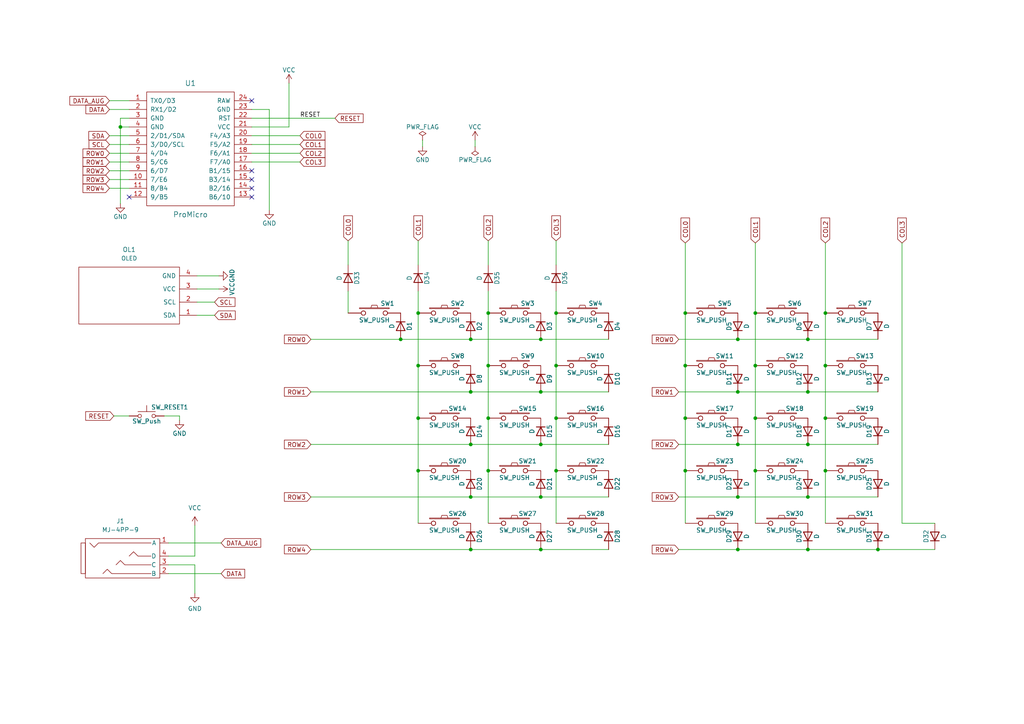
<source format=kicad_sch>
(kicad_sch (version 20230121) (generator eeschema)
  (paper "A4")
  (lib_symbols
    (symbol "Device:D" (pin_numbers hide) (pin_names (offset 1.016) hide)
      (property "Reference" "D" (at 0 2.54 0))
      (property "Value" "D" (at 0 -2.54 0))
      (symbol "D_0_1"
        (polyline (pts (xy -1.27 1.27) (xy -1.27 -1.27)) (stroke (width 0.254)))
        (polyline (pts (xy 1.27 0) (xy -1.27 0)))
        (polyline (pts (xy 1.27 1.27) (xy 1.27 -1.27) (xy -1.27 0) (xy 1.27 1.27)) (stroke (width 0.254)))
      )
      (symbol "D_1_1"
        (pin passive line (at -3.81 0 0) (length 2.54) (name "K") (number "1"))
        (pin passive line (at 3.81 0 180) (length 2.54) (name "A") (number "2"))
      )
    )
    (symbol "MJ-4PP-9:MJ-4PP-9" (pin_names (offset 1.016))
      (property "Reference" "J" (at 0 7.62 0))
      (property "Value" "MJ-4PP-9" (at 0 -8.89 0))
      (symbol "MJ-4PP-9_0_1"
        (rectangle (start -10.16 3.81) (end -11.43 -5.08))
        (polyline (pts (xy 8.89 -5.08) (xy -2.54 -5.08) (xy -3.81 -3.81) (xy -5.08 -5.08)))
        (polyline (pts (xy 8.89 -2.54) (xy 1.27 -2.54) (xy 0 -1.27) (xy -1.27 -2.54)))
        (polyline (pts (xy 8.89 0) (xy 5.08 0) (xy 3.81 1.27) (xy 2.54 0)))
        (polyline (pts (xy 8.89 3.81) (xy -6.35 3.81) (xy -7.62 2.54) (xy -8.89 3.81)))
        (rectangle (start 11.43 5.08) (end -10.16 -6.35))
      )
      (symbol "MJ-4PP-9_1_1"
        (pin input line (at 13.97 3.81 180) (length 2.54) (name "A") (number "1"))
        (pin input line (at 13.97 -5.08 180) (length 2.54) (name "B") (number "2"))
        (pin input line (at 13.97 -2.54 180) (length 2.54) (name "C") (number "3"))
        (pin input line (at 13.97 0 180) (length 2.54) (name "D") (number "4"))
      )
    )
    (symbol "Switch:SW_Push" (pin_numbers hide) (pin_names (offset 1.016) hide)
      (property "Reference" "SW" (at 1.27 2.54 0))
      (property "Value" "SW_Push" (at 0 -1.524 0))
      (symbol "SW_Push_0_1"
        (circle (center -2.032 0) (radius 0.508))
        (polyline (pts (xy 0 1.27) (xy 0 3.048)))
        (polyline (pts (xy 2.54 1.27) (xy -2.54 1.27)))
        (circle (center 2.032 0) (radius 0.508))
        (pin passive line (at -5.08 0 0) (length 2.54) (name "1") (number "1"))
        (pin passive line (at 5.08 0 180) (length 2.54) (name "2") (number "2"))
      )
    )
    (symbol "kbd:OLED" (pin_names (offset 1.016))
      (property "Reference" "OL" (at 0 2.54 0))
      (property "Value" "OLED" (at 0 -1.27 0))
      (symbol "OLED_0_1"
        (rectangle (start -13.97 8.89) (end 15.24 -7.62))
      )
      (symbol "OLED_1_1"
        (pin bidirectional line (at -19.05 6.35 0) (length 5.08) (name "SDA") (number "1"))
        (pin bidirectional line (at -19.05 2.54 0) (length 5.08) (name "SCL") (number "2"))
        (pin power_in line (at -19.05 -1.27 0) (length 5.08) (name "VCC") (number "3"))
        (pin power_in line (at -19.05 -5.08 0) (length 5.08) (name "GND") (number "4"))
      )
    )
    (symbol "kbd:ProMicro" (pin_names (offset 1.016))
      (property "Reference" "U" (at 0 19.05 0))
      (property "Value" "ProMicro" (at 0 -19.05 0))
      (symbol "ProMicro_0_1"
        (rectangle (start -12.7 16.51) (end 12.7 -16.51))
      )
      (symbol "ProMicro_1_1"
        (pin bidirectional line (at -17.78 13.97 0) (length 5.08) (name "TX0/D3") (number "1"))
        (pin bidirectional line (at -17.78 -8.89 0) (length 5.08) (name "7/E6") (number "10"))
        (pin bidirectional line (at -17.78 -11.43 0) (length 5.08) (name "8/B4") (number "11"))
        (pin bidirectional line (at -17.78 -13.97 0) (length 5.08) (name "9/B5") (number "12"))
        (pin bidirectional line (at 17.78 -13.97 180) (length 5.08) (name "B6/10") (number "13"))
        (pin bidirectional line (at 17.78 -11.43 180) (length 5.08) (name "B2/16") (number "14"))
        (pin bidirectional line (at 17.78 -8.89 180) (length 5.08) (name "B3/14") (number "15"))
        (pin bidirectional line (at 17.78 -6.35 180) (length 5.08) (name "B1/15") (number "16"))
        (pin bidirectional line (at 17.78 -3.81 180) (length 5.08) (name "F7/A0") (number "17"))
        (pin bidirectional line (at 17.78 -1.27 180) (length 5.08) (name "F6/A1") (number "18"))
        (pin bidirectional line (at 17.78 1.27 180) (length 5.08) (name "F5/A2") (number "19"))
        (pin bidirectional line (at -17.78 11.43 0) (length 5.08) (name "RX1/D2") (number "2"))
        (pin bidirectional line (at 17.78 3.81 180) (length 5.08) (name "F4/A3") (number "20"))
        (pin power_in line (at 17.78 6.35 180) (length 5.08) (name "VCC") (number "21"))
        (pin input line (at 17.78 8.89 180) (length 5.08) (name "RST") (number "22"))
        (pin power_in line (at 17.78 11.43 180) (length 5.08) (name "GND") (number "23"))
        (pin power_out line (at 17.78 13.97 180) (length 5.08) (name "RAW") (number "24"))
        (pin power_in line (at -17.78 8.89 0) (length 5.08) (name "GND") (number "3"))
        (pin power_in line (at -17.78 6.35 0) (length 5.08) (name "GND") (number "4"))
        (pin bidirectional line (at -17.78 3.81 0) (length 5.08) (name "2/D1/SDA") (number "5"))
        (pin bidirectional line (at -17.78 1.27 0) (length 5.08) (name "3/D0/SCL") (number "6"))
        (pin bidirectional line (at -17.78 -1.27 0) (length 5.08) (name "4/D4") (number "7"))
        (pin bidirectional line (at -17.78 -3.81 0) (length 5.08) (name "5/C6") (number "8"))
        (pin bidirectional line (at -17.78 -6.35 0) (length 5.08) (name "6/D7") (number "9"))
      )
    )
    (symbol "kbd:SW_PUSH" (pin_numbers hide) (pin_names (offset 1.016) hide)
      (property "Reference" "SW" (at 3.81 2.794 0))
      (property "Value" "SW_PUSH" (at 0 -2.032 0))
      (symbol "SW_PUSH_0_1"
        (rectangle (start -4.318 1.27) (end 4.318 1.524))
        (polyline (pts (xy -1.016 1.524) (xy -0.762 2.286) (xy 0.762 2.286) (xy 1.016 1.524)))
        (pin passive inverted (at -7.62 0 0) (length 5.08) (name "1") (number "1"))
        (pin passive inverted (at 7.62 0 180) (length 5.08) (name "2") (number "2"))
      )
    )
    (symbol "power:GND" (power) (pin_names (offset 0))
      (property "Value" "GND" (at 0 -3.81 0))
      (symbol "GND_0_1"
        (polyline (pts (xy 0 0) (xy 0 -1.27) (xy 1.27 -1.27) (xy 0 -2.54) (xy -1.27 -1.27) (xy 0 -1.27)))
      )
      (symbol "GND_1_1"
        (pin power_in line (at 0 0 270) (length 0) hide (name "GND") (number "1"))
      )
    )
    (symbol "power:PWR_FLAG" (power) (pin_numbers hide) (pin_names (offset 0) hide)
      (property "Value" "PWR_FLAG" (at 0 3.81 0))
      (symbol "PWR_FLAG_0_0"
        (pin power_out line (at 0 0 90) (length 0) (name "pwr") (number "1"))
      )
      (symbol "PWR_FLAG_0_1"
        (polyline (pts (xy 0 0) (xy 0 1.27) (xy -1.016 1.905) (xy 0 2.54) (xy 1.016 1.905) (xy 0 1.27)))
      )
    )
    (symbol "power:VCC" (power) (pin_names (offset 0))
      (property "Value" "VCC" (at 0 3.81 0))
      (symbol "VCC_0_1"
        (polyline (pts (xy -0.762 1.27) (xy 0 2.54)))
        (polyline (pts (xy 0 0) (xy 0 2.54)))
        (polyline (pts (xy 0 2.54) (xy 0.762 1.27)))
      )
      (symbol "VCC_1_1"
        (pin power_in line (at 0 0 90) (length 0) hide (name "VCC") (number "1"))
      )
    )
  )
  (junction (at 254.635 159.385))
  (junction (at 161.29 106.045))
  (junction (at 198.755 90.805))
  (junction (at 156.845 144.145))
  (junction (at 239.395 136.525))
  (junction (at 234.315 159.385))
  (junction (at 219.075 136.525))
  (junction (at 141.605 90.805))
  (junction (at 234.315 128.905))
  (junction (at 156.845 98.425))
  (junction (at 136.525 113.665))
  (junction (at 234.315 98.425))
  (junction (at 156.845 128.905))
  (junction (at 156.845 159.385))
  (junction (at 213.995 128.905))
  (junction (at 213.995 159.385))
  (junction (at 136.525 98.425))
  (junction (at 198.755 106.045))
  (junction (at 198.755 121.285))
  (junction (at 141.605 136.525))
  (junction (at 219.075 106.045))
  (junction (at 219.075 121.285))
  (junction (at 121.285 121.285))
  (junction (at 121.285 90.805))
  (junction (at 161.29 121.285))
  (junction (at 121.285 136.525))
  (junction (at 136.525 159.385))
  (junction (at 213.995 113.665))
  (junction (at 239.395 90.805))
  (junction (at 213.995 144.145))
  (junction (at 213.995 98.425))
  (junction (at 156.845 113.665))
  (junction (at 161.29 90.805))
  (junction (at 239.395 121.285))
  (junction (at 219.075 90.805))
  (junction (at 141.605 106.045))
  (junction (at 34.925 36.83))
  (junction (at 161.29 136.525))
  (junction (at 198.755 136.525))
  (junction (at 141.605 121.285))
  (junction (at 121.285 106.045))
  (junction (at 239.395 106.045))
  (junction (at 116.205 98.425))
  (junction (at 136.525 144.145))
  (junction (at 234.315 113.665))
  (junction (at 136.525 128.905))
  (junction (at 234.315 144.145))
  (no_connect (at 37.465 57.15))
  (no_connect (at 73.025 52.07))
  (no_connect (at 73.025 57.15))
  (no_connect (at 73.025 29.21))
  (no_connect (at 73.025 49.53))
  (no_connect (at 73.025 54.61))
  (wire (pts (xy 136.525 144.145) (xy 156.845 144.145)))
  (wire (pts (xy 90.17 113.665) (xy 136.525 113.665)))
  (wire (pts (xy 48.895 163.83) (xy 56.515 163.83)))
  (wire (pts (xy 31.75 52.07) (xy 37.465 52.07)))
  (wire (pts (xy 90.17 98.425) (xy 116.205 98.425)))
  (wire (pts (xy 156.845 159.385) (xy 176.53 159.385)))
  (wire (pts (xy 34.925 34.29) (xy 34.925 36.83)))
  (wire (pts (xy 136.525 113.665) (xy 156.845 113.665)))
  (wire (pts (xy 198.755 90.805) (xy 198.755 106.045)))
  (wire (pts (xy 198.755 121.285) (xy 198.755 136.525)))
  (wire (pts (xy 219.075 106.045) (xy 219.075 121.285)))
  (wire (pts (xy 56.515 161.29) (xy 56.515 152.4)))
  (wire (pts (xy 196.85 98.425) (xy 213.995 98.425)))
  (wire (pts (xy 121.285 136.525) (xy 121.285 151.765)))
  (wire (pts (xy 121.285 106.045) (xy 121.285 121.285)))
  (wire (pts (xy 31.75 46.99) (xy 37.465 46.99)))
  (wire (pts (xy 100.965 84.455) (xy 100.965 90.805)))
  (wire (pts (xy 48.895 161.29) (xy 56.515 161.29)))
  (wire (pts (xy 196.85 128.905) (xy 213.995 128.905)))
  (wire (pts (xy 90.17 159.385) (xy 136.525 159.385)))
  (wire (pts (xy 161.29 84.455) (xy 161.29 90.805)))
  (wire (pts (xy 141.605 84.455) (xy 141.605 90.805)))
  (wire (pts (xy 122.555 42.545) (xy 122.555 40.64)))
  (wire (pts (xy 196.85 144.145) (xy 213.995 144.145)))
  (wire (pts (xy 121.285 90.805) (xy 121.285 106.045)))
  (wire (pts (xy 234.315 144.145) (xy 254.635 144.145)))
  (wire (pts (xy 239.395 70.485) (xy 239.395 90.805)))
  (wire (pts (xy 219.075 70.485) (xy 219.075 90.805)))
  (wire (pts (xy 52.07 120.65) (xy 52.07 121.92)))
  (wire (pts (xy 234.315 159.385) (xy 254.635 159.385)))
  (wire (pts (xy 62.23 87.63) (xy 57.15 87.63)))
  (wire (pts (xy 141.605 136.525) (xy 141.605 151.765)))
  (wire (pts (xy 34.925 36.83) (xy 34.925 59.055)))
  (wire (pts (xy 198.755 106.045) (xy 198.755 121.285)))
  (wire (pts (xy 136.525 159.385) (xy 156.845 159.385)))
  (wire (pts (xy 261.62 151.765) (xy 271.145 151.765)))
  (wire (pts (xy 34.925 36.83) (xy 37.465 36.83)))
  (wire (pts (xy 31.75 41.91) (xy 37.465 41.91)))
  (wire (pts (xy 37.465 34.29) (xy 34.925 34.29)))
  (wire (pts (xy 63.5 83.82) (xy 57.15 83.82)))
  (wire (pts (xy 239.395 106.045) (xy 239.395 121.285)))
  (wire (pts (xy 196.85 113.665) (xy 213.995 113.665)))
  (wire (pts (xy 56.515 163.83) (xy 56.515 172.085)))
  (wire (pts (xy 136.525 128.905) (xy 156.845 128.905)))
  (wire (pts (xy 234.315 128.905) (xy 254.635 128.905)))
  (wire (pts (xy 219.075 136.525) (xy 219.075 151.765)))
  (wire (pts (xy 121.285 69.85) (xy 121.285 76.835)))
  (wire (pts (xy 73.025 44.45) (xy 86.995 44.45)))
  (wire (pts (xy 239.395 90.805) (xy 239.395 106.045)))
  (wire (pts (xy 198.755 70.485) (xy 198.755 90.805)))
  (wire (pts (xy 83.82 24.13) (xy 83.82 36.83)))
  (wire (pts (xy 90.17 128.905) (xy 136.525 128.905)))
  (wire (pts (xy 234.315 98.425) (xy 254.635 98.425)))
  (wire (pts (xy 213.995 98.425) (xy 234.315 98.425)))
  (wire (pts (xy 78.105 31.75) (xy 78.105 60.96)))
  (wire (pts (xy 31.75 29.21) (xy 37.465 29.21)))
  (wire (pts (xy 73.025 46.99) (xy 86.995 46.99)))
  (wire (pts (xy 219.075 121.285) (xy 219.075 136.525)))
  (wire (pts (xy 141.605 106.045) (xy 141.605 121.285)))
  (wire (pts (xy 254.635 159.385) (xy 271.145 159.385)))
  (wire (pts (xy 141.605 121.285) (xy 141.605 136.525)))
  (wire (pts (xy 213.995 159.385) (xy 196.85 159.385)))
  (wire (pts (xy 62.23 91.44) (xy 57.15 91.44)))
  (wire (pts (xy 121.285 121.285) (xy 121.285 136.525)))
  (wire (pts (xy 161.29 136.525) (xy 161.29 151.765)))
  (wire (pts (xy 90.17 144.145) (xy 136.525 144.145)))
  (wire (pts (xy 213.995 128.905) (xy 234.315 128.905)))
  (wire (pts (xy 234.315 113.665) (xy 254.635 113.665)))
  (wire (pts (xy 141.605 76.835) (xy 141.605 69.85)))
  (wire (pts (xy 213.995 159.385) (xy 234.315 159.385)))
  (wire (pts (xy 31.75 44.45) (xy 37.465 44.45)))
  (wire (pts (xy 141.605 90.805) (xy 141.605 106.045)))
  (wire (pts (xy 136.525 98.425) (xy 156.845 98.425)))
  (wire (pts (xy 156.845 113.665) (xy 176.53 113.665)))
  (wire (pts (xy 121.285 84.455) (xy 121.285 90.805)))
  (wire (pts (xy 116.205 98.425) (xy 136.525 98.425)))
  (wire (pts (xy 137.795 40.64) (xy 137.795 42.545)))
  (wire (pts (xy 31.75 31.75) (xy 37.465 31.75)))
  (wire (pts (xy 73.025 34.29) (xy 97.155 34.29)))
  (wire (pts (xy 161.29 69.85) (xy 161.29 76.835)))
  (wire (pts (xy 48.895 166.37) (xy 64.135 166.37)))
  (wire (pts (xy 198.755 136.525) (xy 198.755 151.765)))
  (wire (pts (xy 261.62 70.485) (xy 261.62 151.765)))
  (wire (pts (xy 239.395 136.525) (xy 239.395 151.765)))
  (wire (pts (xy 161.29 121.285) (xy 161.29 136.525)))
  (wire (pts (xy 239.395 121.285) (xy 239.395 136.525)))
  (wire (pts (xy 31.75 54.61) (xy 37.465 54.61)))
  (wire (pts (xy 219.075 90.805) (xy 219.075 106.045)))
  (wire (pts (xy 100.965 76.835) (xy 100.965 69.85)))
  (wire (pts (xy 73.025 39.37) (xy 86.995 39.37)))
  (wire (pts (xy 213.995 144.145) (xy 234.315 144.145)))
  (wire (pts (xy 161.29 90.805) (xy 161.29 106.045)))
  (wire (pts (xy 31.75 39.37) (xy 37.465 39.37)))
  (wire (pts (xy 47.625 120.65) (xy 52.07 120.65)))
  (wire (pts (xy 73.025 41.91) (xy 86.995 41.91)))
  (wire (pts (xy 156.845 144.145) (xy 176.53 144.145)))
  (wire (pts (xy 156.845 128.905) (xy 176.53 128.905)))
  (wire (pts (xy 73.025 31.75) (xy 78.105 31.75)))
  (wire (pts (xy 48.895 157.48) (xy 64.135 157.48)))
  (wire (pts (xy 161.29 106.045) (xy 161.29 121.285)))
  (wire (pts (xy 33.02 120.65) (xy 37.465 120.65)))
  (wire (pts (xy 83.82 36.83) (xy 73.025 36.83)))
  (wire (pts (xy 213.995 113.665) (xy 234.315 113.665)))
  (wire (pts (xy 31.75 49.53) (xy 37.465 49.53)))
  (wire (pts (xy 156.845 98.425) (xy 176.53 98.425)))
  (wire (pts (xy 63.5 80.01) (xy 57.15 80.01)))
  (label "RESET" (at 86.995 34.29 0))
  (global_label "RESET" (shape input) (at 33.02 120.65 180) (property "Intersheetrefs" "${INTERSHEET_REFS}" (effects hide)))
  (global_label "COL1" (shape input) (at 121.285 69.85 90) (property "Intersheetrefs" "${INTERSHEET_REFS}" (effects hide)))
  (global_label "ROW0" (shape input) (at 90.17 98.425 180) (property "Intersheetrefs" "${INTERSHEET_REFS}" (effects hide)))
  (global_label "COL2" (shape input) (at 141.605 69.85 90) (property "Intersheetrefs" "${INTERSHEET_REFS}" (effects hide)))
  (global_label "COL0" (shape input) (at 198.755 70.485 90) (property "Intersheetrefs" "${INTERSHEET_REFS}" (effects hide)))
  (global_label "ROW2" (shape input) (at 90.17 128.905 180) (property "Intersheetrefs" "${INTERSHEET_REFS}" (effects hide)))
  (global_label "COL2" (shape input) (at 239.395 70.485 90) (property "Intersheetrefs" "${INTERSHEET_REFS}" (effects hide)))
  (global_label "COL3" (shape input) (at 261.62 70.485 90) (property "Intersheetrefs" "${INTERSHEET_REFS}" (effects hide)))
  (global_label "COL0" (shape input) (at 100.965 69.85 90) (property "Intersheetrefs" "${INTERSHEET_REFS}" (effects hide)))
  (global_label "COL3" (shape input) (at 86.995 46.99 0) (property "Intersheetrefs" "${INTERSHEET_REFS}" (effects hide)))
  (global_label "SCL" (shape input) (at 62.23 87.63 0) (property "Intersheetrefs" "${INTERSHEET_REFS}" (effects hide)))
  (global_label "ROW1" (shape input) (at 31.75 46.99 180) (property "Intersheetrefs" "${INTERSHEET_REFS}" (effects hide)))
  (global_label "ROW4" (shape input) (at 90.17 159.385 180) (property "Intersheetrefs" "${INTERSHEET_REFS}" (effects hide)))
  (global_label "ROW3" (shape input) (at 31.75 52.07 180) (property "Intersheetrefs" "${INTERSHEET_REFS}" (effects hide)))
  (global_label "DATA" (shape input) (at 31.75 31.75 180) (property "Intersheetrefs" "${INTERSHEET_REFS}" (effects hide)))
  (global_label "COL1" (shape input) (at 219.075 70.485 90) (property "Intersheetrefs" "${INTERSHEET_REFS}" (effects hide)))
  (global_label "COL3" (shape input) (at 161.29 69.85 90) (property "Intersheetrefs" "${INTERSHEET_REFS}" (effects hide)))
  (global_label "ROW0" (shape input) (at 31.75 44.45 180) (property "Intersheetrefs" "${INTERSHEET_REFS}" (effects hide)))
  (global_label "ROW3" (shape input) (at 90.17 144.145 180) (property "Intersheetrefs" "${INTERSHEET_REFS}" (effects hide)))
  (global_label "ROW2" (shape input) (at 196.85 128.905 180) (property "Intersheetrefs" "${INTERSHEET_REFS}" (effects hide)))
  (global_label "ROW4" (shape input) (at 31.75 54.61 180) (property "Intersheetrefs" "${INTERSHEET_REFS}" (effects hide)))
  (global_label "SDA" (shape input) (at 62.23 91.44 0) (property "Intersheetrefs" "${INTERSHEET_REFS}" (effects hide)))
  (global_label "ROW4" (shape input) (at 196.85 159.385 180) (property "Intersheetrefs" "${INTERSHEET_REFS}" (effects hide)))
  (global_label "DATA_AUG" (shape input) (at 64.135 157.48 0) (property "Intersheetrefs" "${INTERSHEET_REFS}" (effects hide)))
  (global_label "COL0" (shape input) (at 86.995 39.37 0) (property "Intersheetrefs" "${INTERSHEET_REFS}" (effects hide)))
  (global_label "ROW1" (shape input) (at 90.17 113.665 180) (property "Intersheetrefs" "${INTERSHEET_REFS}" (effects hide)))
  (global_label "ROW2" (shape input) (at 31.75 49.53 180) (property "Intersheetrefs" "${INTERSHEET_REFS}" (effects hide)))
  (global_label "ROW1" (shape input) (at 196.85 113.665 180) (property "Intersheetrefs" "${INTERSHEET_REFS}" (effects hide)))
  (global_label "COL2" (shape input) (at 86.995 44.45 0) (property "Intersheetrefs" "${INTERSHEET_REFS}" (effects hide)))
  (global_label "SDA" (shape input) (at 31.75 39.37 180) (property "Intersheetrefs" "${INTERSHEET_REFS}" (effects hide)))
  (global_label "RESET" (shape input) (at 97.155 34.29 0) (property "Intersheetrefs" "${INTERSHEET_REFS}" (effects hide)))
  (global_label "DATA_AUG" (shape input) (at 31.75 29.21 180) (property "Intersheetrefs" "${INTERSHEET_REFS}" (effects hide)))
  (global_label "COL1" (shape input) (at 86.995 41.91 0) (property "Intersheetrefs" "${INTERSHEET_REFS}" (effects hide)))
  (global_label "ROW0" (shape input) (at 196.85 98.425 180) (property "Intersheetrefs" "${INTERSHEET_REFS}" (effects hide)))
  (global_label "ROW3" (shape input) (at 196.85 144.145 180) (property "Intersheetrefs" "${INTERSHEET_REFS}" (effects hide)))
  (global_label "SCL" (shape input) (at 31.75 41.91 180) (property "Intersheetrefs" "${INTERSHEET_REFS}" (effects hide)))
  (global_label "DATA" (shape input) (at 64.135 166.37 0) (property "Intersheetrefs" "${INTERSHEET_REFS}" (effects hide)))
  (symbol (lib_id "kbd:SW_PUSH") (at 247.015 90.805 0) (unit 1)
    (property "Reference" "SW7" (at 250.825 88.011 0))
    (property "Value" "SW_PUSH" (at 247.015 92.837 0))
    (property "Footprint" "keyswitches:Kailh_socket_MX" (effects hide))
  )
  (symbol (lib_id "kbd:SW_PUSH") (at 206.375 136.525 0) (unit 1)
    (property "Reference" "SW23" (at 210.185 133.731 0))
    (property "Value" "SW_PUSH" (at 206.375 138.557 0))
    (property "Footprint" "keyswitches:Kailh_socket_MX" (effects hide))
  )
  (symbol (lib_id "power:GND") (at 52.07 121.92 0) (unit 1)
    (property "Reference" "#PWR09" (effects hide))
    (property "Value" "GND" (at 52.07 125.73 0))
  )
  (symbol (lib_id "Device:D") (at 254.635 140.335 90) (unit 1)
    (property "Reference" "D25" (at 252.095 140.335 0))
    (property "Value" "D" (at 257.175 140.335 0))
    (property "Footprint" "kbd:D3_SMD_v2" (effects hide))
    (property "Sim.Device" "D" (effects hide))
    (property "Sim.Pins" "1=K 2=A" (effects hide))
  )
  (symbol (lib_id "Device:D") (at 156.845 140.335 270) (unit 1)
    (property "Reference" "D21" (at 159.385 140.335 0))
    (property "Value" "D" (at 154.305 140.335 0))
    (property "Footprint" "kbd:D3_SMD_v2" (effects hide))
    (property "Sim.Device" "D" (effects hide))
    (property "Sim.Pins" "1=K 2=A" (effects hide))
  )
  (symbol (lib_id "Device:D") (at 136.525 125.095 270) (unit 1)
    (property "Reference" "D14" (at 139.065 125.095 0))
    (property "Value" "D" (at 133.985 125.095 0))
    (property "Footprint" "kbd:D3_SMD_v2" (effects hide))
    (property "Sim.Device" "D" (effects hide))
    (property "Sim.Pins" "1=K 2=A" (effects hide))
  )
  (symbol (lib_id "Device:D") (at 161.29 80.645 270) (unit 1)
    (property "Reference" "D36" (at 163.83 80.645 0))
    (property "Value" "D" (at 158.75 80.645 0))
    (property "Footprint" "kbd:D3_SMD_v2" (effects hide))
    (property "Sim.Device" "D" (effects hide))
    (property "Sim.Pins" "1=K 2=A" (effects hide))
  )
  (symbol (lib_id "kbd:SW_PUSH") (at 206.375 121.285 0) (unit 1)
    (property "Reference" "SW17" (at 210.185 118.491 0))
    (property "Value" "SW_PUSH" (at 206.375 123.317 0))
    (property "Footprint" "keyswitches:Kailh_socket_MX" (effects hide))
  )
  (symbol (lib_id "kbd:SW_PUSH") (at 247.015 151.765 0) (unit 1)
    (property "Reference" "SW31" (at 250.825 148.971 0))
    (property "Value" "SW_PUSH" (at 247.015 153.797 0))
    (property "Footprint" "tsuburin-keyboard:CherryMX_Choc_Hotswap" (effects hide))
  )
  (symbol (lib_id "kbd:SW_PUSH") (at 206.375 106.045 0) (unit 1)
    (property "Reference" "SW11" (at 210.185 103.251 0))
    (property "Value" "SW_PUSH" (at 206.375 108.077 0))
    (property "Footprint" "keyswitches:Kailh_socket_MX" (effects hide))
  )
  (symbol (lib_id "Switch:SW_Push") (at 42.545 120.65 0) (unit 1)
    (property "Reference" "SW_RESET1" (at 43.815 118.11 0) (effects (justify left)))
    (property "Value" "SW_Push" (at 42.545 122.174 0))
    (property "Footprint" "kbd:ResetSW_1side" (effects hide))
  )
  (symbol (lib_id "kbd:SW_PUSH") (at 128.905 90.805 0) (unit 1)
    (property "Reference" "SW2" (at 132.715 88.011 0))
    (property "Value" "SW_PUSH" (at 128.905 92.837 0))
    (property "Footprint" "keyswitches:Kailh_socket_MX" (effects hide))
  )
  (symbol (lib_id "kbd:SW_PUSH") (at 168.91 90.805 0) (unit 1)
    (property "Reference" "SW4" (at 172.72 88.011 0))
    (property "Value" "SW_PUSH" (at 168.91 92.837 0))
    (property "Footprint" "keyswitches:Kailh_socket_MX" (effects hide))
  )
  (symbol (lib_id "kbd:SW_PUSH") (at 226.695 151.765 0) (unit 1)
    (property "Reference" "SW30" (at 230.505 148.971 0))
    (property "Value" "SW_PUSH" (at 226.695 153.797 0))
    (property "Footprint" "tsuburin-keyboard:CherryMX_Choc_Hotswap" (effects hide))
  )
  (symbol (lib_id "kbd:SW_PUSH") (at 247.015 136.525 0) (unit 1)
    (property "Reference" "SW25" (at 250.825 133.731 0))
    (property "Value" "SW_PUSH" (at 247.015 138.557 0))
    (property "Footprint" "keyswitches:Kailh_socket_MX" (effects hide))
  )
  (symbol (lib_id "kbd:SW_PUSH") (at 226.695 90.805 0) (unit 1)
    (property "Reference" "SW6" (at 230.505 88.011 0))
    (property "Value" "SW_PUSH" (at 226.695 92.837 0))
    (property "Footprint" "keyswitches:Kailh_socket_MX" (effects hide))
  )
  (symbol (lib_id "power:GND") (at 34.925 59.055 0) (unit 1)
    (property "Reference" "#PWR02" (effects hide))
    (property "Value" "GND" (at 34.925 62.865 0))
  )
  (symbol (lib_id "Device:D") (at 136.525 94.615 270) (unit 1)
    (property "Reference" "D2" (at 139.065 94.615 0))
    (property "Value" "D" (at 133.985 94.615 0))
    (property "Footprint" "kbd:D3_SMD_v2" (effects hide))
    (property "Sim.Device" "D" (effects hide))
    (property "Sim.Pins" "1=K 2=A" (effects hide))
  )
  (symbol (lib_id "Device:D") (at 234.315 109.855 90) (unit 1)
    (property "Reference" "D12" (at 231.775 109.855 0))
    (property "Value" "D" (at 236.855 109.855 0))
    (property "Footprint" "kbd:D3_SMD_v2" (effects hide))
    (property "Sim.Device" "D" (effects hide))
    (property "Sim.Pins" "1=K 2=A" (effects hide))
  )
  (symbol (lib_id "kbd:SW_PUSH") (at 168.91 136.525 0) (unit 1)
    (property "Reference" "SW22" (at 172.72 133.731 0))
    (property "Value" "SW_PUSH" (at 168.91 138.557 0))
    (property "Footprint" "keyswitches:Kailh_socket_MX" (effects hide))
  )
  (symbol (lib_id "kbd:SW_PUSH") (at 168.91 106.045 0) (unit 1)
    (property "Reference" "SW10" (at 172.72 103.251 0))
    (property "Value" "SW_PUSH" (at 168.91 108.077 0))
    (property "Footprint" "keyswitches:Kailh_socket_MX" (effects hide))
  )
  (symbol (lib_id "Device:D") (at 271.145 155.575 90) (unit 1)
    (property "Reference" "D32" (at 268.605 155.575 0))
    (property "Value" "D" (at 273.685 155.575 0))
    (property "Footprint" "kbd:D3_SMD_v2" (effects hide))
    (property "Sim.Device" "D" (effects hide))
    (property "Sim.Pins" "1=K 2=A" (effects hide))
  )
  (symbol (lib_id "Device:D") (at 254.635 109.855 90) (unit 1)
    (property "Reference" "D13" (at 252.095 109.855 0))
    (property "Value" "D" (at 257.175 109.855 0))
    (property "Footprint" "kbd:D3_SMD_v2" (effects hide))
    (property "Sim.Device" "D" (effects hide))
    (property "Sim.Pins" "1=K 2=A" (effects hide))
  )
  (symbol (lib_id "Device:D") (at 176.53 109.855 270) (unit 1)
    (property "Reference" "D10" (at 179.07 109.855 0))
    (property "Value" "D" (at 173.99 109.855 0))
    (property "Footprint" "kbd:D3_SMD_v2" (effects hide))
    (property "Sim.Device" "D" (effects hide))
    (property "Sim.Pins" "1=K 2=A" (effects hide))
  )
  (symbol (lib_id "power:GND") (at 63.5 80.01 90) (unit 1)
    (property "Reference" "#PWR04" (effects hide))
    (property "Value" "GND" (at 67.31 80.01 0))
  )
  (symbol (lib_id "Device:D") (at 213.995 125.095 90) (unit 1)
    (property "Reference" "D17" (at 211.455 125.095 0))
    (property "Value" "D" (at 216.535 125.095 0))
    (property "Footprint" "kbd:D3_SMD_v2" (effects hide))
    (property "Sim.Device" "D" (effects hide))
    (property "Sim.Pins" "1=K 2=A" (effects hide))
  )
  (symbol (lib_id "kbd:SW_PUSH") (at 149.225 121.285 0) (unit 1)
    (property "Reference" "SW15" (at 153.035 118.491 0))
    (property "Value" "SW_PUSH" (at 149.225 123.317 0))
    (property "Footprint" "keyswitches:Kailh_socket_MX" (effects hide))
  )
  (symbol (lib_id "kbd:SW_PUSH") (at 168.91 151.765 0) (unit 1)
    (property "Reference" "SW28" (at 172.72 148.971 0))
    (property "Value" "SW_PUSH" (at 168.91 153.797 0))
    (property "Footprint" "keyswitches:Kailh_socket_MX" (effects hide))
  )
  (symbol (lib_id "Device:D") (at 254.635 125.095 90) (unit 1)
    (property "Reference" "D19" (at 252.095 125.095 0))
    (property "Value" "D" (at 257.175 125.095 0))
    (property "Footprint" "kbd:D3_SMD_v2" (effects hide))
    (property "Sim.Device" "D" (effects hide))
    (property "Sim.Pins" "1=K 2=A" (effects hide))
  )
  (symbol (lib_id "kbd:SW_PUSH") (at 247.015 106.045 0) (unit 1)
    (property "Reference" "SW13" (at 250.825 103.251 0))
    (property "Value" "SW_PUSH" (at 247.015 108.077 0))
    (property "Footprint" "keyswitches:Kailh_socket_MX" (effects hide))
  )
  (symbol (lib_id "kbd:SW_PUSH") (at 149.225 106.045 0) (unit 1)
    (property "Reference" "SW9" (at 153.035 103.251 0))
    (property "Value" "SW_PUSH" (at 149.225 108.077 0))
    (property "Footprint" "keyswitches:Kailh_socket_MX" (effects hide))
  )
  (symbol (lib_id "Device:D") (at 136.525 140.335 270) (unit 1)
    (property "Reference" "D20" (at 139.065 140.335 0))
    (property "Value" "D" (at 133.985 140.335 0))
    (property "Footprint" "kbd:D3_SMD_v2" (effects hide))
    (property "Sim.Device" "D" (effects hide))
    (property "Sim.Pins" "1=K 2=A" (effects hide))
  )
  (symbol (lib_id "kbd:SW_PUSH") (at 226.695 106.045 0) (unit 1)
    (property "Reference" "SW12" (at 230.505 103.251 0))
    (property "Value" "SW_PUSH" (at 226.695 108.077 0))
    (property "Footprint" "keyswitches:Kailh_socket_MX" (effects hide))
  )
  (symbol (lib_id "Device:D") (at 156.845 94.615 270) (unit 1)
    (property "Reference" "D3" (at 159.385 94.615 0))
    (property "Value" "D" (at 154.305 94.615 0))
    (property "Footprint" "kbd:D3_SMD_v2" (effects hide))
    (property "Sim.Device" "D" (effects hide))
    (property "Sim.Pins" "1=K 2=A" (effects hide))
  )
  (symbol (lib_id "power:VCC") (at 63.5 83.82 270) (unit 1)
    (property "Reference" "#PWR05" (effects hide))
    (property "Value" "VCC" (at 67.31 83.82 0))
  )
  (symbol (lib_id "kbd:SW_PUSH") (at 247.015 121.285 0) (unit 1)
    (property "Reference" "SW19" (at 250.825 118.491 0))
    (property "Value" "SW_PUSH" (at 247.015 123.317 0))
    (property "Footprint" "keyswitches:Kailh_socket_MX" (effects hide))
  )
  (symbol (lib_id "kbd:SW_PUSH") (at 168.91 121.285 0) (unit 1)
    (property "Reference" "SW16" (at 172.72 118.491 0))
    (property "Value" "SW_PUSH" (at 168.91 123.317 0))
    (property "Footprint" "keyswitches:Kailh_socket_MX" (effects hide))
  )
  (symbol (lib_id "Device:D") (at 234.315 94.615 90) (unit 1)
    (property "Reference" "D6" (at 231.775 94.615 0))
    (property "Value" "D" (at 236.855 94.615 0))
    (property "Footprint" "kbd:D3_SMD_v2" (effects hide))
    (property "Sim.Device" "D" (effects hide))
    (property "Sim.Pins" "1=K 2=A" (effects hide))
  )
  (symbol (lib_id "power:GND") (at 78.105 60.96 0) (unit 1)
    (property "Reference" "#PWR03" (effects hide))
    (property "Value" "GND" (at 78.105 64.77 0))
  )
  (symbol (lib_id "Device:D") (at 116.205 94.615 270) (unit 1)
    (property "Reference" "D1" (at 118.745 94.615 0))
    (property "Value" "D" (at 113.665 94.615 0))
    (property "Footprint" "kbd:D3_SMD_v2" (effects hide))
    (property "Sim.Device" "D" (effects hide))
    (property "Sim.Pins" "1=K 2=A" (effects hide))
  )
  (symbol (lib_id "Device:D") (at 176.53 125.095 270) (unit 1)
    (property "Reference" "D16" (at 179.07 125.095 0))
    (property "Value" "D" (at 173.99 125.095 0))
    (property "Footprint" "kbd:D3_SMD_v2" (effects hide))
    (property "Sim.Device" "D" (effects hide))
    (property "Sim.Pins" "1=K 2=A" (effects hide))
  )
  (symbol (lib_id "kbd:SW_PUSH") (at 149.225 136.525 0) (unit 1)
    (property "Reference" "SW21" (at 153.035 133.731 0))
    (property "Value" "SW_PUSH" (at 149.225 138.557 0))
    (property "Footprint" "keyswitches:Kailh_socket_MX" (effects hide))
  )
  (symbol (lib_id "kbd:SW_PUSH") (at 206.375 151.765 0) (unit 1)
    (property "Reference" "SW29" (at 210.185 148.971 0))
    (property "Value" "SW_PUSH" (at 206.375 153.797 0))
    (property "Footprint" "tsuburin-keyboard:CherryMX_Choc_Hotswap" (effects hide))
  )
  (symbol (lib_id "Device:D") (at 141.605 80.645 270) (unit 1)
    (property "Reference" "D35" (at 144.145 80.645 0))
    (property "Value" "D" (at 139.065 80.645 0))
    (property "Footprint" "kbd:D3_SMD_v2" (effects hide))
    (property "Sim.Device" "D" (effects hide))
    (property "Sim.Pins" "1=K 2=A" (effects hide))
  )
  (symbol (lib_id "power:VCC") (at 137.795 40.64 0) (unit 1)
    (property "Reference" "#PWR07" (effects hide))
    (property "Value" "VCC" (at 137.795 36.83 0))
  )
  (symbol (lib_id "kbd:SW_PUSH") (at 149.225 90.805 0) (unit 1)
    (property "Reference" "SW3" (at 153.035 88.011 0))
    (property "Value" "SW_PUSH" (at 149.225 92.837 0))
    (property "Footprint" "keyswitches:Kailh_socket_MX" (effects hide))
  )
  (symbol (lib_id "kbd:SW_PUSH") (at 128.905 121.285 0) (unit 1)
    (property "Reference" "SW14" (at 132.715 118.491 0))
    (property "Value" "SW_PUSH" (at 128.905 123.317 0))
    (property "Footprint" "keyswitches:Kailh_socket_MX" (effects hide))
  )
  (symbol (lib_id "Device:D") (at 234.315 140.335 90) (unit 1)
    (property "Reference" "D24" (at 231.775 140.335 0))
    (property "Value" "D" (at 236.855 140.335 0))
    (property "Footprint" "kbd:D3_SMD_v2" (effects hide))
    (property "Sim.Device" "D" (effects hide))
    (property "Sim.Pins" "1=K 2=A" (effects hide))
  )
  (symbol (lib_id "Device:D") (at 234.315 155.575 90) (unit 1)
    (property "Reference" "D30" (at 231.775 155.575 0))
    (property "Value" "D" (at 236.855 155.575 0))
    (property "Footprint" "kbd:D3_SMD_v2" (effects hide))
    (property "Sim.Device" "D" (effects hide))
    (property "Sim.Pins" "1=K 2=A" (effects hide))
  )
  (symbol (lib_id "Device:D") (at 213.995 94.615 90) (unit 1)
    (property "Reference" "D5" (at 211.455 94.615 0))
    (property "Value" "D" (at 216.535 94.615 0))
    (property "Footprint" "kbd:D3_SMD_v2" (effects hide))
    (property "Sim.Device" "D" (effects hide))
    (property "Sim.Pins" "1=K 2=A" (effects hide))
  )
  (symbol (lib_id "Device:D") (at 156.845 109.855 270) (unit 1)
    (property "Reference" "D9" (at 159.385 109.855 0))
    (property "Value" "D" (at 154.305 109.855 0))
    (property "Footprint" "kbd:D3_SMD_v2" (effects hide))
    (property "Sim.Device" "D" (effects hide))
    (property "Sim.Pins" "1=K 2=A" (effects hide))
  )
  (symbol (lib_id "power:PWR_FLAG") (at 137.795 42.545 180) (unit 1)
    (property "Reference" "#FLG02" (effects hide))
    (property "Value" "PWR_FLAG" (at 137.795 46.355 0))
  )
  (symbol (lib_id "kbd:SW_PUSH") (at 128.905 136.525 0) (unit 1)
    (property "Reference" "SW20" (at 132.715 133.731 0))
    (property "Value" "SW_PUSH" (at 128.905 138.557 0))
    (property "Footprint" "keyswitches:Kailh_socket_MX" (effects hide))
  )
  (symbol (lib_id "kbd:SW_PUSH") (at 226.695 121.285 0) (unit 1)
    (property "Reference" "SW18" (at 230.505 118.491 0))
    (property "Value" "SW_PUSH" (at 226.695 123.317 0))
    (property "Footprint" "keyswitches:Kailh_socket_MX" (effects hide))
  )
  (symbol (lib_id "kbd:SW_PUSH") (at 108.585 90.805 0) (unit 1)
    (property "Reference" "SW1" (at 112.395 88.011 0))
    (property "Value" "SW_PUSH" (at 108.585 92.837 0))
    (property "Footprint" "keyswitches:Kailh_socket_MX" (effects hide))
  )
  (symbol (lib_id "Device:D") (at 136.525 155.575 270) (unit 1)
    (property "Reference" "D26" (at 139.065 155.575 0))
    (property "Value" "D" (at 133.985 155.575 0))
    (property "Footprint" "kbd:D3_SMD_v2" (effects hide))
    (property "Sim.Device" "D" (effects hide))
    (property "Sim.Pins" "1=K 2=A" (effects hide))
  )
  (symbol (lib_id "kbd:SW_PUSH") (at 128.905 106.045 0) (unit 1)
    (property "Reference" "SW8" (at 132.715 103.251 0))
    (property "Value" "SW_PUSH" (at 128.905 108.077 0))
    (property "Footprint" "keyswitches:Kailh_socket_MX" (effects hide))
  )
  (symbol (lib_id "MJ-4PP-9:MJ-4PP-9") (at 34.925 161.29 0) (unit 1)
    (property "Reference" "J1" (at 34.925 151.13 0))
    (property "Value" "MJ-4PP-9" (at 34.925 153.67 0))
    (property "Footprint" "MJ-4PP-9:MJ-4PP-9" (effects hide))
  )
  (symbol (lib_id "Device:D") (at 234.315 125.095 90) (unit 1)
    (property "Reference" "D18" (at 231.775 125.095 0))
    (property "Value" "D" (at 236.855 125.095 0))
    (property "Footprint" "kbd:D3_SMD_v2" (effects hide))
    (property "Sim.Device" "D" (effects hide))
    (property "Sim.Pins" "1=K 2=A" (effects hide))
  )
  (symbol (lib_id "Device:D") (at 176.53 155.575 270) (unit 1)
    (property "Reference" "D28" (at 179.07 155.575 0))
    (property "Value" "D" (at 173.99 155.575 0))
    (property "Footprint" "kbd:D3_SMD_v2" (effects hide))
    (property "Sim.Device" "D" (effects hide))
    (property "Sim.Pins" "1=K 2=A" (effects hide))
  )
  (symbol (lib_id "Device:D") (at 156.845 155.575 270) (unit 1)
    (property "Reference" "D27" (at 159.385 155.575 0))
    (property "Value" "D" (at 154.305 155.575 0))
    (property "Footprint" "kbd:D3_SMD_v2" (effects hide))
    (property "Sim.Device" "D" (effects hide))
    (property "Sim.Pins" "1=K 2=A" (effects hide))
  )
  (symbol (lib_id "Device:D") (at 176.53 140.335 270) (unit 1)
    (property "Reference" "D22" (at 179.07 140.335 0))
    (property "Value" "D" (at 173.99 140.335 0))
    (property "Footprint" "kbd:D3_SMD_v2" (effects hide))
    (property "Sim.Device" "D" (effects hide))
    (property "Sim.Pins" "1=K 2=A" (effects hide))
  )
  (symbol (lib_id "kbd:SW_PUSH") (at 206.375 90.805 0) (unit 1)
    (property "Reference" "SW5" (at 210.185 88.011 0))
    (property "Value" "SW_PUSH" (at 206.375 92.837 0))
    (property "Footprint" "keyswitches:Kailh_socket_MX" (effects hide))
  )
  (symbol (lib_id "power:PWR_FLAG") (at 122.555 40.64 0) (unit 1)
    (property "Reference" "#FLG01" (effects hide))
    (property "Value" "PWR_FLAG" (at 122.555 36.83 0))
  )
  (symbol (lib_id "kbd:SW_PUSH") (at 149.225 151.765 0) (unit 1)
    (property "Reference" "SW27" (at 153.035 148.971 0))
    (property "Value" "SW_PUSH" (at 149.225 153.797 0))
    (property "Footprint" "keyswitches:Kailh_socket_MX" (effects hide))
  )
  (symbol (lib_id "kbd:ProMicro") (at 55.245 43.18 0) (unit 1)
    (property "Reference" "U1" (at 55.245 24.13 0) (effects (font (size 1.524 1.524))))
    (property "Value" "ProMicro" (at 55.245 62.23 0) (effects (font (size 1.524 1.524))))
    (property "Footprint" "kbd:ProMicro_v3" (effects hide))
  )
  (symbol (lib_id "kbd:SW_PUSH") (at 226.695 136.525 0) (unit 1)
    (property "Reference" "SW24" (at 230.505 133.731 0))
    (property "Value" "SW_PUSH" (at 226.695 138.557 0))
    (property "Footprint" "keyswitches:Kailh_socket_MX" (effects hide))
  )
  (symbol (lib_id "Device:D") (at 121.285 80.645 270) (unit 1)
    (property "Reference" "D34" (at 123.825 80.645 0))
    (property "Value" "D" (at 118.745 80.645 0))
    (property "Footprint" "kbd:D3_SMD_v2" (effects hide))
    (property "Sim.Device" "D" (effects hide))
    (property "Sim.Pins" "1=K 2=A" (effects hide))
  )
  (symbol (lib_id "power:GND") (at 56.515 172.085 0) (unit 1)
    (property "Reference" "#PWR010" (effects hide))
    (property "Value" "GND" (at 56.515 176.53 0))
  )
  (symbol (lib_id "Device:D") (at 100.965 80.645 270) (unit 1)
    (property "Reference" "D33" (at 103.505 80.645 0))
    (property "Value" "D" (at 98.425 80.645 0))
    (property "Footprint" "kbd:D3_SMD_v2" (effects hide))
    (property "Sim.Device" "D" (effects hide))
    (property "Sim.Pins" "1=K 2=A" (effects hide))
  )
  (symbol (lib_id "power:VCC") (at 56.515 152.4 0) (unit 1)
    (property "Reference" "#PWR06" (effects hide))
    (property "Value" "VCC" (at 56.515 147.32 0))
  )
  (symbol (lib_id "kbd:OLED") (at 38.1 85.09 180) (unit 1)
    (property "Reference" "OL1" (at 37.465 72.39 0) (effects (font (size 1.2954 1.2954))))
    (property "Value" "OLED" (at 37.465 74.93 0) (effects (font (size 1.1938 1.1938))))
    (property "Footprint" "kbd:OLED_v2" (effects hide))
  )
  (symbol (lib_id "Device:D") (at 213.995 109.855 90) (unit 1)
    (property "Reference" "D11" (at 211.455 109.855 0))
    (property "Value" "D" (at 216.535 109.855 0))
    (property "Footprint" "kbd:D3_SMD_v2" (effects hide))
    (property "Sim.Device" "D" (effects hide))
    (property "Sim.Pins" "1=K 2=A" (effects hide))
  )
  (symbol (lib_id "power:VCC") (at 83.82 24.13 0) (unit 1)
    (property "Reference" "#PWR01" (effects hide))
    (property "Value" "VCC" (at 83.82 20.32 0))
  )
  (symbol (lib_id "Device:D") (at 254.635 94.615 90) (unit 1)
    (property "Reference" "D7" (at 252.095 94.615 0))
    (property "Value" "D" (at 257.175 94.615 0))
    (property "Footprint" "kbd:D3_SMD_v2" (effects hide))
    (property "Sim.Device" "D" (effects hide))
    (property "Sim.Pins" "1=K 2=A" (effects hide))
  )
  (symbol (lib_id "Device:D") (at 176.53 94.615 270) (unit 1)
    (property "Reference" "D4" (at 179.07 94.615 0))
    (property "Value" "D" (at 173.99 94.615 0))
    (property "Footprint" "kbd:D3_SMD_v2" (effects hide))
    (property "Sim.Device" "D" (effects hide))
    (property "Sim.Pins" "1=K 2=A" (effects hide))
  )
  (symbol (lib_id "Device:D") (at 213.995 155.575 90) (unit 1)
    (property "Reference" "D29" (at 211.455 155.575 0))
    (property "Value" "D" (at 216.535 155.575 0))
    (property "Footprint" "kbd:D3_SMD_v2" (effects hide))
    (property "Sim.Device" "D" (effects hide))
    (property "Sim.Pins" "1=K 2=A" (effects hide))
  )
  (symbol (lib_id "Device:D") (at 136.525 109.855 270) (unit 1)
    (property "Reference" "D8" (at 139.065 109.855 0))
    (property "Value" "D" (at 133.985 109.855 0))
    (property "Footprint" "kbd:D3_SMD_v2" (effects hide))
    (property "Sim.Device" "D" (effects hide))
    (property "Sim.Pins" "1=K 2=A" (effects hide))
  )
  (symbol (lib_id "Device:D") (at 156.845 125.095 270) (unit 1)
    (property "Reference" "D15" (at 159.385 125.095 0))
    (property "Value" "D" (at 154.305 125.095 0))
    (property "Footprint" "kbd:D3_SMD_v2" (effects hide))
    (property "Sim.Device" "D" (effects hide))
    (property "Sim.Pins" "1=K 2=A" (effects hide))
  )
  (symbol (lib_id "kbd:SW_PUSH") (at 128.905 151.765 0) (unit 1)
    (property "Reference" "SW26" (at 132.715 148.971 0))
    (property "Value" "SW_PUSH" (at 128.905 153.797 0))
    (property "Footprint" "keyswitches:Kailh_socket_MX" (effects hide))
  )
  (symbol (lib_id "power:GND") (at 122.555 42.545 0) (unit 1)
    (property "Reference" "#PWR08" (effects hide))
    (property "Value" "GND" (at 122.555 46.355 0))
  )
  (symbol (lib_id "Device:D") (at 213.995 140.335 90) (unit 1)
    (property "Reference" "D23" (at 211.455 140.335 0))
    (property "Value" "D" (at 216.535 140.335 0))
    (property "Footprint" "kbd:D3_SMD_v2" (effects hide))
    (property "Sim.Device" "D" (effects hide))
    (property "Sim.Pins" "1=K 2=A" (effects hide))
  )
  (symbol (lib_id "Device:D") (at 254.635 155.575 90) (unit 1)
    (property "Reference" "D31" (at 252.095 155.575 0))
    (property "Value" "D" (at 257.175 155.575 0))
    (property "Footprint" "kbd:D3_SMD_v2" (effects hide))
    (property "Sim.Device" "D" (effects hide))
    (property "Sim.Pins" "1=K 2=A" (effects hide))
  )
)
</source>
